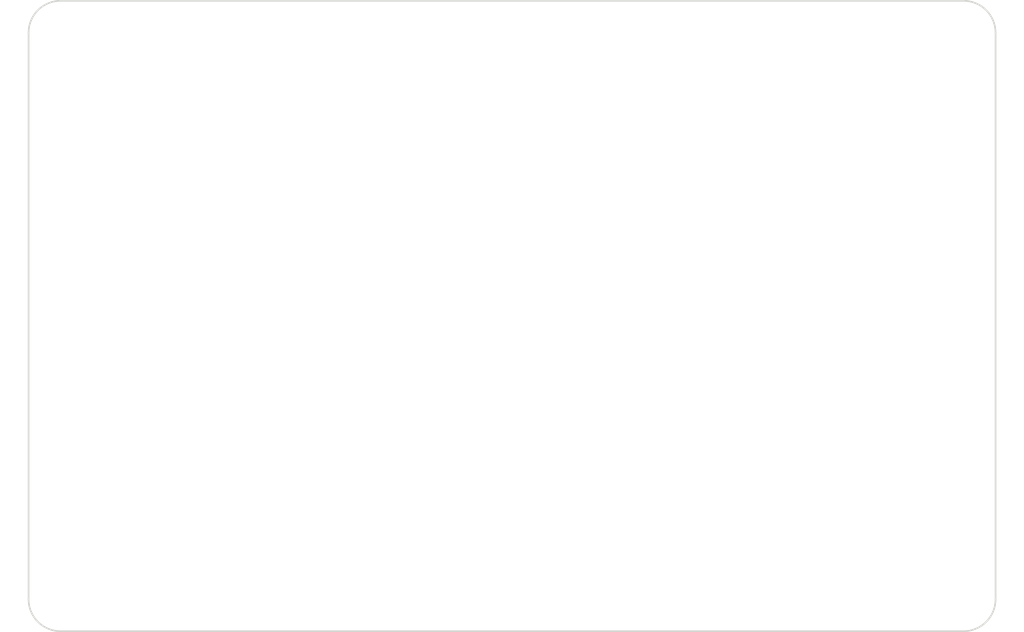
<source format=kicad_pcb>
(kicad_pcb (version 20211014) (generator pcbnew)
  (layers (0 "F.Cu" signal) (31 "B.Cu" signal) (34 "B.Paste" user) (35 "F.Paste" user) (36 "B.SilkS" user "B.Silkscreen") (37 "F.SilkS" user "F.Silkscreen") (38 "B.Mask" user) (39 "F.Mask" user) (44 "Edge.Cuts" user))
  (net 0 "")
  (footprint "MyFootprints:MountingHole_2.2mm_M2_jlcpcb" (layer "F.Cu") (at 4 55)
    (fp_text reference "HS1")
    (fp_text value "MountingHoleSprt")
    (pad "" np_thru_hole circle (at 0 0) (size 2.2 2.2) (drill 2.2) (layers *.Cu *.Mask))
  )
  (footprint "MyFootprints:MountingHole_2.2mm_M2_jlcpcb" (layer "F.Cu") (at 86.5 55)
    (fp_text reference "HS2")
    (fp_text value "MountingHoleSprt")
    (pad "" np_thru_hole circle (at 0 0) (size 2.2 2.2) (drill 2.2) (layers *.Cu *.Mask))
  )
  (footprint "MyFootprints:MountingHole_2.2mm_M2_jlcpcb" (layer "F.Cu") (at 4 4)
    (fp_text reference "HS3")
    (fp_text value "MountingHoleSprt")
    (pad "" np_thru_hole circle (at 0 0) (size 2.2 2.2) (drill 2.2) (layers *.Cu *.Mask))
  )
  (footprint "MyFootprints:MountingHole_2.2mm_M2_jlcpcb" (layer "F.Cu") (at 86.5 4)
    (fp_text reference "HS4")
    (fp_text value "MountingHoleSprt")
    (pad "" np_thru_hole circle (at 0 0) (size 2.2 2.2) (drill 2.2) (layers *.Cu *.Mask))
  )
  (gr_arc (start 87.5 0) (mid 89.62132 0.87868) (end 90.5 3) (layer "Edge.Cuts") (width 0.15))
  (gr_line (start 3 59) (end 87.5 59) (layer "Edge.Cuts") (width 0.15))
  (gr_arc (start 90.5 56) (mid 89.62132 58.12132) (end 87.5 59) (layer "Edge.Cuts") (width 0.15))
  (gr_arc (start 0 3) (mid 0.87868 0.87868) (end 3 0) (layer "Edge.Cuts") (width 0.15))
  (gr_line (start 0 3) (end 0 56) (layer "Edge.Cuts") (width 0.15))
  (gr_arc (start 3 59) (mid 0.87868 58.12132) (end 0 56) (layer "Edge.Cuts") (width 0.15))
  (gr_line (start 90.5 56) (end 90.5 3) (layer "Edge.Cuts") (width 0.15))
  (gr_line (start 3 0) (end 87.5 0) (layer "Edge.Cuts") (width 0.15))
)
</source>
